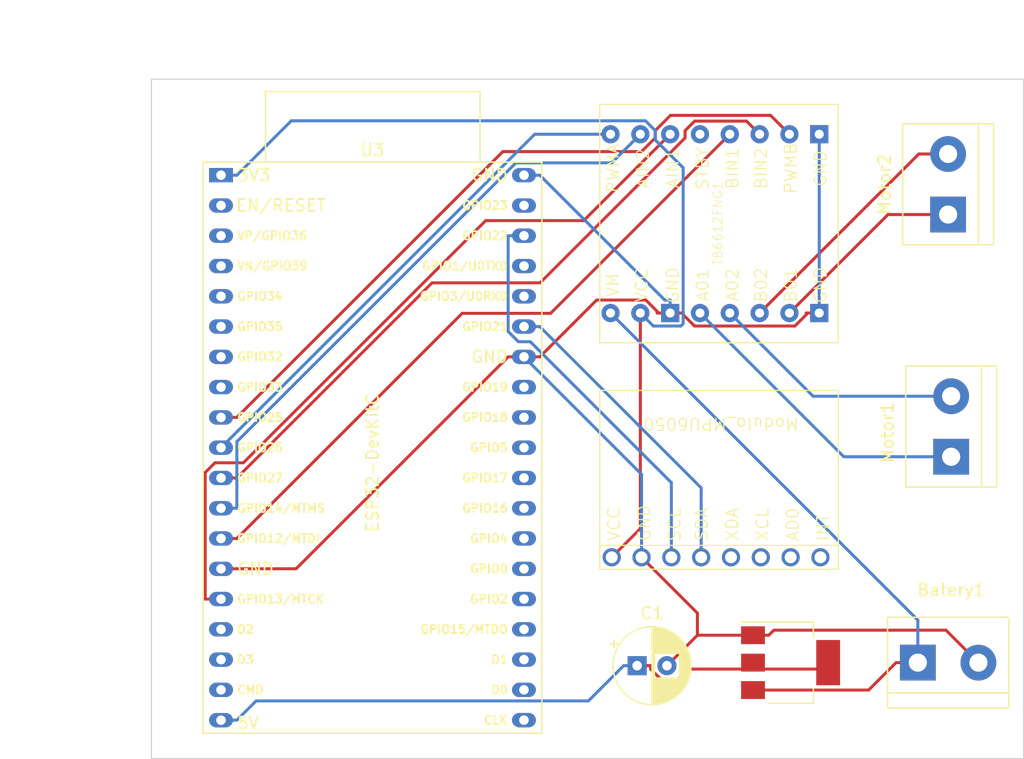
<source format=kicad_pcb>
(kicad_pcb (version 20221018) (generator pcbnew)
  (layers (0 "F.Cu" signal) (31 "B.Cu" signal) (34 "B.Paste" user) (35 "F.Paste" user) (36 "B.SilkS" user "B.Silkscreen") (37 "F.SilkS" user "F.Silkscreen") (38 "B.Mask" user) (39 "F.Mask" user) (44 "Edge.Cuts" user))
  (net 0 "")
  (net 1 "Net-(U2-VO)")
  (net 2 "GND")
  (net 3 "+6V")
  (net 4 "Net-(Modulo_MPU6050-VCC)")
  (net 5 "Net-(Modulo_MPU6050-SCL)")
  (net 6 "Net-(Modulo_MPU6050-SDA)")
  (net 11 "Net-(Motor1-Pin_1)")
  (net 12 "Net-(Motor1-Pin_2)")
  (net 13 "Net-(Motor2-Pin_1)")
  (net 14 "Net-(Motor2-Pin_2)")
  (net 15 "Net-(TB6612FNG1-PWMA)")
  (net 16 "Net-(TB6612FNG1-AIN2)")
  (net 17 "Net-(TB6612FNG1-AIN1)")
  (net 19 "Net-(TB6612FNG1-BIN1)")
  (net 20 "Net-(TB6612FNG1-BIN2)")
  (net 21 "Net-(TB6612FNG1-PWMB)")
  (footprint "TerminalBlock:TerminalBlock_bornier-2_P5.08mm" (layer "F.Cu") (at 146.05 90.678 90)
    (fp_text reference "Motor1" (at 2.032 -5.334 90) (layer "F.SilkS"))
    (fp_text value "Screw_Terminal_01x02" hide)
    (fp_line (start -2.54 -3.81) (end -2.54 3.81) (stroke (width 0.12)) (layer "F.SilkS"))
    (fp_line (start -2.54 3.81) (end 7.62 3.81) (stroke (width 0.12)) (layer "F.SilkS"))
    (fp_line (start 7.62 -3.81) (end -2.54 -3.81) (stroke (width 0.12)) (layer "F.SilkS"))
    (fp_line (start 7.62 2.54) (end -2.54 2.54) (stroke (width 0.12)) (layer "F.SilkS"))
    (fp_line (start 7.62 3.81) (end 7.62 -3.81) (stroke (width 0.12)) (layer "F.SilkS"))
    (pad "1" thru_hole rect (at 0 0 90) (size 3 3) (drill 1.52) (layers "*.Cu" "*.Mask") (net 11 "Net-(Motor1-Pin_1)"))
    (pad "2" thru_hole circle (at 5.08 0 90) (size 3 3) (drill 1.52) (layers "*.Cu" "*.Mask") (net 12 "Net-(Motor1-Pin_2)"))
  )
  (footprint "1_My_custom_library:Módulo TB6612FNG" (layer "F.Cu") (at 126.492 71.12 90)
    (fp_text reference "TB6612FNG1" (at 0 0 90 unlocked) (layer "F.SilkS") (effects (font (size 0.75 0.75) (thickness 0.0625))))
    (fp_text value "~" hide)
    (fp_text user "VCC" (at -6.647619 -5.8 90 unlocked) (layer "F.SilkS") (effects (font (thickness 0.1)) (justify left bottom)))
    (fp_text user "VM" (at -6.219048 -8.2 90 unlocked) (layer "F.SilkS") (effects (font (thickness 0.1)) (justify left bottom)))
    (fp_text user "B02" (at -6.671429 4.2 90 unlocked) (layer "F.SilkS") (effects (font (thickness 0.1)) (justify left bottom)))
    (fp_text user "STBY" (at 2.780952 -0.7 90 unlocked) (layer "F.SilkS") (effects (font (thickness 0.1)) (justify left bottom)))
    (fp_text user "PWMA" (at 2.495238 -8.2 90 unlocked) (layer "F.SilkS") (effects (font (thickness 0.1)) (justify left bottom)))
    (fp_text user "BIN2" (at 2.828571 4.2 90 unlocked) (layer "F.SilkS") (effects (font (thickness 0.1)) (justify left bottom)))
    (fp_text user "B01" (at -6.671429 6.7 90 unlocked) (layer "F.SilkS") (effects (font (thickness 0.1)) (justify left bottom)))
    (fp_text user "A01" (at -6.6 -0.7 90 unlocked) (layer "F.SilkS") (effects (font (thickness 0.1)) (justify left bottom)))
    (fp_text user "GND" (at -6.742857 -3.2 90 unlocked) (layer "F.SilkS") (effects (font (thickness 0.1)) (justify left bottom)))
    (fp_text user "BIN1" (at 2.828571 1.8 90 unlocked) (layer "F.SilkS") (effects (font (thickness 0.1)) (justify left bottom)))
    (fp_text user "AIN2" (at 2.9 -5.7 90 unlocked) (layer "F.SilkS") (effects (font (thickness 0.1)) (justify left bottom)))
    (fp_text user "GND" (at -6.742857 9.2 90 unlocked) (layer "F.SilkS") (effects (font (thickness 0.1)) (justify left bottom)))
    (fp_text user "A02" (at -6.6 1.8 90 unlocked) (layer "F.SilkS") (effects (font (thickness 0.1)) (justify left bottom)))
    (fp_text user "GND" (at 3.042857 9.2 90 unlocked) (layer "F.SilkS") (effects (font (thickness 0.1)) (justify left bottom)))
    (fp_text user "PWMB" (at 2.423809 6.7 90 unlocked) (layer "F.SilkS") (effects (font (thickness 0.1)) (justify left bottom)))
    (fp_text user "AIN1" (at 2.9 -3.2 90 unlocked) (layer "F.SilkS") (effects (font (thickness 0.1)) (justify left bottom)))
    (fp_line (start -10 -9.906) (end -8 -9.906) (stroke (width 0.1)) (layer "F.SilkS"))
    (fp_rect (start -10 -9.906) (end 10 10.094) (stroke (width 0.1)) (fill none) (layer "F.SilkS"))
    (pad "1" thru_hole circle (at -7.5 -9 90) (size 1.524 1.524) (drill 0.762) (layers "*.Cu" "*.Mask") (net 3 "+6V"))
    (pad "2" thru_hole circle (at -7.5 -6.5 90) (size 1.524 1.524) (drill 0.762) (layers "*.Cu" "*.Mask") (net 4 "Net-(Modulo_MPU6050-VCC)"))
    (pad "3" thru_hole rect (at -7.5 -4 90) (size 1.524 1.524) (drill 0.762) (layers "*.Cu" "*.Mask") (net 2 "GND"))
    (pad "4" thru_hole circle (at -7.5 -1.5 90) (size 1.524 1.524) (drill 0.762) (layers "*.Cu" "*.Mask") (net 11 "Net-(Motor1-Pin_1)"))
    (pad "5" thru_hole circle (at -7.5 1 90) (size 1.524 1.524) (drill 0.762) (layers "*.Cu" "*.Mask") (net 12 "Net-(Motor1-Pin_2)"))
    (pad "6" thru_hole circle (at -7.5 3.5 90) (size 1.524 1.524) (drill 0.762) (layers "*.Cu" "*.Mask") (net 14 "Net-(Motor2-Pin_2)"))
    (pad "7" thru_hole circle (at -7.5 6 90) (size 1.524 1.524) (drill 0.762) (layers "*.Cu" "*.Mask") (net 13 "Net-(Motor2-Pin_1)"))
    (pad "8" thru_hole rect (at -7.5 8.5 90) (size 1.524 1.524) (drill 0.762) (layers "*.Cu" "*.Mask") (net 2 "GND"))
    (pad "9" thru_hole circle (at 7.5 -9 90) (size 1.524 1.524) (drill 0.762) (layers "*.Cu" "*.Mask") (net 15 "Net-(TB6612FNG1-PWMA)"))
    (pad "10" thru_hole circle (at 7.5 -6.5 90) (size 1.524 1.524) (drill 0.762) (layers "*.Cu" "*.Mask") (net 16 "Net-(TB6612FNG1-AIN2)"))
    (pad "11" thru_hole circle (at 7.5 -4 90) (size 1.524 1.524) (drill 0.762) (layers "*.Cu" "*.Mask") (net 17 "Net-(TB6612FNG1-AIN1)"))
    (pad "12" thru_hole circle (at 7.5 -1.5 90) (size 1.524 1.524) (drill 0.762) (layers "*.Cu" "*.Mask"))
    (pad "13" thru_hole circle (at 7.5 1 90) (size 1.524 1.524) (drill 0.762) (layers "*.Cu" "*.Mask") (net 19 "Net-(TB6612FNG1-BIN1)"))
    (pad "14" thru_hole circle (at 7.5 3.5 90) (size 1.524 1.524) (drill 0.762) (layers "*.Cu" "*.Mask") (net 20 "Net-(TB6612FNG1-BIN2)"))
    (pad "15" thru_hole circle (at 7.5 6 90) (size 1.524 1.524) (drill 0.762) (layers "*.Cu" "*.Mask") (net 21 "Net-(TB6612FNG1-PWMB)"))
    (pad "16" thru_hole rect (at 7.5 8.5 90) (size 1.524 1.524) (drill 0.762) (layers "*.Cu" "*.Mask") (net 2 "GND"))
  )
  (footprint "PCM_Espressif:ESP32-DevKitC" (layer "F.Cu") (at 84.836 67.056)
    (fp_text reference "U3" (at 12.7 -2.1) (layer "F.SilkS"))
    (fp_text value "ESP32-DevKitC" (at 12.7 24.13 90) (layer "F.SilkS"))
    (fp_text user "D2" (at 1.27 38.1 unlocked) (layer "F.SilkS") (effects (font (size 0.7 0.7)) (justify left)))
    (fp_text user "GND" (at 24.13 0 unlocked) (layer "F.SilkS") (effects (justify right)))
    (fp_text user "GPIO34" (at 1.27 10.16 unlocked) (layer "F.SilkS") (effects (font (size 0.7 0.7)) (justify left)))
    (fp_text user "D0" (at 24.13 43.18 unlocked) (layer "F.SilkS") (effects (font (size 0.7 0.7)) (justify right)))
    (fp_text user "GPIO26" (at 1.27 22.86 unlocked) (layer "F.SilkS") (effects (font (size 0.7 0.7)) (justify left)))
    (fp_text user "GPIO1/U0TXD" (at 24.13 7.62 unlocked) (layer "F.SilkS") (effects (font (size 0.7 0.7)) (justify right)))
    (fp_text user "GPIO14/MTMS" (at 1.27 27.94 unlocked) (layer "F.SilkS") (effects (font (size 0.7 0.7)) (justify left)))
    (fp_text user "VP/GPIO36" (at 1.27 5.08 unlocked) (layer "F.SilkS") (effects (font (size 0.7 0.7)) (justify left)))
    (fp_text user "D3" (at 1.27 40.64 unlocked) (layer "F.SilkS") (effects (font (size 0.7 0.7)) (justify left)))
    (fp_text user "3V3" (at 1.27 0 unlocked) (layer "F.SilkS") (effects (justify left)))
    (fp_text user "GPIO19" (at 24.13 17.78 unlocked) (layer "F.SilkS") (effects (font (size 0.7 0.7)) (justify right)))
    (fp_text user "GPIO3/U0RXD" (at 24.13 10.16 unlocked) (layer "F.SilkS") (effects (font (size 0.7 0.7)) (justify right)))
    (fp_text user "GPIO25" (at 1.27 20.32 unlocked) (layer "F.SilkS") (effects (font (size 0.7 0.7)) (justify left)))
    (fp_text user "GPIO27" (at 1.27 25.4 unlocked) (layer "F.SilkS") (effects (font (size 0.7 0.7)) (justify left)))
    (fp_text user "GPIO21" (at 24.13 12.7 unlocked) (layer "F.SilkS") (effects (font (size 0.7 0.7)) (justify right)))
    (fp_text user "GND" (at 1.27 33.02 unlocked) (layer "F.SilkS") (effects (justify left)))
    (fp_text user "CLK" (at 24.13 45.72 unlocked) (layer "F.SilkS") (effects (font (size 0.7 0.7)) (justify right)))
    (fp_text user "GPIO23" (at 24.13 2.54 unlocked) (layer "F.SilkS") (effects (font (size 0.7 0.7)) (justify right)))
    (fp_text user "GPIO13/MTCK" (at 1.27 35.56 unlocked) (layer "F.SilkS") (effects (font (size 0.7 0.7)) (justify left)))
    (fp_text user "CMD" (at 1.27 43.18 unlocked) (layer "F.SilkS") (effects (font (size 0.7 0.7)) (justify left)))
    (fp_text user "GPIO15/MTDO" (at 24.13 38.1 unlocked) (layer "F.SilkS") (effects (font (size 0.7 0.7)) (justify right)))
    (fp_text user "GPIO17" (at 24.13 25.4 unlocked) (layer "F.SilkS") (effects (font (size 0.7 0.7)) (justify right)))
    (fp_text user "GPIO32" (at 1.27 15.24 unlocked) (layer "F.SilkS") (effects (font (size 0.7 0.7)) (justify left)))
    (fp_text user "GPIO33" (at 1.27 17.78 unlocked) (layer "F.SilkS") (effects (font (size 0.7 0.7)) (justify left)))
    (fp_text user "5V" (at 1.26632 45.97128 unlocked) (layer "F.SilkS") (effects (justify left)))
    (fp_text user "GPIO12/MTDI" (at 1.27 30.48 unlocked) (layer "F.SilkS") (effects (font (size 0.7 0.7)) (justify left)))
    (fp_text user "GPIO22" (at 24.13 5.08 unlocked) (layer "F.SilkS") (effects (font (size 0.7 0.7)) (justify right)))
    (fp_text user "GPIO5" (at 24.13 22.86 unlocked) (layer "F.SilkS") (effects (font (size 0.7 0.7)) (justify right)))
    (fp_text user "GPIO18" (at 24.13 20.32 unlocked) (layer "F.SilkS") (effects (font (size 0.7 0.7)) (justify right)))
    (fp_text user "EN/RESET" (at 8.88632 2.53728 unlocked) (layer "F.SilkS") (effects (justify right)))
    (fp_text user "GPIO4" (at 24.13 30.48 unlocked) (layer "F.SilkS") (effects (font (size 0.7 0.7)) (justify right)))
    (fp_text user "D1" (at 24.13 40.64 unlocked) (layer "F.SilkS") (effects (font (size 0.7 0.7)) (justify right)))
    (fp_text user "GND" (at 24.13 15.24 unlocked) (layer "F.SilkS") (effects (justify right)))
    (fp_text user "GPIO0" (at 24.13 33.02 unlocked) (layer "F.SilkS") (effects (font (size 0.7 0.7)) (justify right)))
    (fp_text user "VN/GPIO39" (at 1.27 7.62 unlocked) (layer "F.SilkS") (effects (font (size 0.7 0.7)) (justify left)))
    (fp_text user "GPIO2" (at 24.13 35.56 unlocked) (layer "F.SilkS") (effects (font (size 0.7 0.7)) (justify right)))
    (fp_text user "GPIO35" (at 1.27 12.7 unlocked) (layer "F.SilkS") (effects (font (size 0.7 0.7)) (justify left)))
    (fp_text user "GPIO16" (at 24.13 27.94 unlocked) (layer "F.SilkS") (effects (font (size 0.7 0.7)) (justify right)))
    (fp_line (start -1.5 46.82) (end 26.899999 46.82) (stroke (width 0.12)) (layer "F.SilkS"))
    (fp_line (start -1.499999 -1.1) (end -1.5 46.82) (stroke (width 0.12)) (layer "F.SilkS"))
    (fp_line (start 3.73012 -7.01312) (end 21.71332 -7.01312) (stroke (width 0.12)) (layer "F.SilkS"))
    (fp_line (start 3.73012 -1.12032) (end 3.73012 -7.01312) (stroke (width 0.12)) (layer "F.SilkS"))
    (fp_line (start 21.71332 -7.01312) (end 21.71332 -1.12032) (stroke (width 0.12)) (layer "F.SilkS"))
    (fp_line (start 26.899999 46.82) (end 26.9 -1.1) (stroke (width 0.12)) (layer "F.SilkS"))
    (fp_line (start 26.9 -1.1) (end -1.499999 -1.1) (stroke (width 0.12)) (layer "F.SilkS"))
    (pad "1" thru_hole rect (at 0 0 270) (size 1.2 2) (drill 0.8) (layers "*.Cu" "*.Mask") (net 4 "Net-(Modulo_MPU6050-VCC)"))
    (pad "2" thru_hole oval (at 0 2.54 270) (size 1.2 2) (drill 0.8) (layers "*.Cu" "*.Mask"))
    (pad "3" thru_hole oval (at 0 5.08 270) (size 1.2 2) (drill 0.8) (layers "*.Cu" "*.Mask"))
    (pad "4" thru_hole oval (at 0 7.62 270) (size 1.2 2) (drill 0.8) (layers "*.Cu" "*.Mask"))
    (pad "5" thru_hole oval (at 0 10.16 270) (size 1.2 2) (drill 0.8) (layers "*.Cu" "*.Mask"))
    (pad "6" thru_hole oval (at 0 12.7 270) (size 1.2 2) (drill 0.8) (layers "*.Cu" "*.Mask"))
    (pad "7" thru_hole oval (at 0 15.24 270) (size 1.2 2) (drill 0.8) (layers "*.Cu" "*.Mask"))
    (pad "8" thru_hole oval (at 0 17.78 270) (size 1.2 2) (drill 0.8) (layers "*.Cu" "*.Mask"))
    (pad "9" thru_hole oval (at 0 20.32 270) (size 1.2 2) (drill 0.8) (layers "*.Cu" "*.Mask") (net 21 "Net-(TB6612FNG1-PWMB)"))
    (pad "10" thru_hole oval (at 0 22.86 270) (size 1.2 2) (drill 0.8) (layers "*.Cu" "*.Mask") (net 15 "Net-(TB6612FNG1-PWMA)"))
    (pad "11" thru_hole oval (at 0 25.4 270) (size 1.2 2) (drill 0.8) (layers "*.Cu" "*.Mask") (net 20 "Net-(TB6612FNG1-BIN2)"))
    (pad "12" thru_hole oval (at 0 27.94 270) (size 1.2 2) (drill 0.8) (layers "*.Cu" "*.Mask") (net 16 "Net-(TB6612FNG1-AIN2)"))
    (pad "13" thru_hole oval (at 0 30.48 270) (size 1.2 2) (drill 0.8) (layers "*.Cu" "*.Mask") (net 19 "Net-(TB6612FNG1-BIN1)"))
    (pad "14" thru_hole oval (at 0 33.02 270) (size 1.2 2) (drill 0.8) (layers "*.Cu" "*.Mask") (net 2 "GND"))
    (pad "15" thru_hole oval (at 0 35.56 270) (size 1.2 2) (drill 0.8) (layers "*.Cu" "*.Mask") (net 17 "Net-(TB6612FNG1-AIN1)"))
    (pad "16" thru_hole oval (at 0 38.1 270) (size 1.2 2) (drill 0.8) (layers "*.Cu" "*.Mask"))
    (pad "17" thru_hole oval (at 0 40.64 270) (size 1.2 2) (drill 0.8) (layers "*.Cu" "*.Mask"))
    (pad "18" thru_hole oval (at 0 43.18 270) (size 1.2 2) (drill 0.8) (layers "*.Cu" "*.Mask"))
    (pad "19" thru_hole oval (at 0 45.72 270) (size 1.2 2) (drill 0.8) (layers "*.Cu" "*.Mask") (net 1 "Net-(U2-VO)"))
    (pad "20" thru_hole oval (at 25.39632 45.71728 270) (size 1.2 2) (drill 0.8) (layers "*.Cu" "*.Mask"))
    (pad "21" thru_hole oval (at 25.39632 43.17728 270) (size 1.2 2) (drill 0.8) (layers "*.Cu" "*.Mask"))
    (pad "22" thru_hole oval (at 25.4 40.64 270) (size 1.2 2) (drill 0.8) (layers "*.Cu" "*.Mask"))
    (pad "23" thru_hole oval (at 25.4 38.1 270) (size 1.2 2) (drill 0.8) (layers "*.Cu" "*.Mask"))
    (pad "24" thru_hole oval (at 25.4 35.56 270) (size 1.2 2) (drill 0.8) (layers "*.Cu" "*.Mask"))
    (pad "25" thru_hole oval (at 25.4 33.02 270) (size 1.2 2) (drill 0.8) (layers "*.Cu" "*.Mask"))
    (pad "26" thru_hole oval (at 25.4 30.48 270) (size 1.2 2) (drill 0.8) (layers "*.Cu" "*.Mask"))
    (pad "27" thru_hole oval (at 25.4 27.94 270) (size 1.2 2) (drill 0.8) (layers "*.Cu" "*.Mask"))
    (pad "28" thru_hole oval (at 25.4 25.4 270) (size 1.2 2) (drill 0.8) (layers "*.Cu" "*.Mask"))
    (pad "29" thru_hole oval (at 25.4 22.86 270) (size 1.2 2) (drill 0.8) (layers "*.Cu" "*.Mask"))
    (pad "30" thru_hole oval (at 25.4 20.32 270) (size 1.2 2) (drill 0.8) (layers "*.Cu" "*.Mask"))
    (pad "31" thru_hole oval (at 25.4 17.78 270) (size 1.2 2) (drill 0.8) (layers "*.Cu" "*.Mask"))
    (pad "32" thru_hole oval (at 25.4 15.24 270) (size 1.2 2) (drill 0.8) (layers "*.Cu" "*.Mask") (net 2 "GND"))
    (pad "33" thru_hole oval (at 25.4 12.7 270) (size 1.2 2) (drill 0.8) (layers "*.Cu" "*.Mask") (net 6 "Net-(Modulo_MPU6050-SDA)"))
    (pad "34" thru_hole oval (at 25.4 10.16 270) (size 1.2 2) (drill 0.8) (layers "*.Cu" "*.Mask"))
    (pad "35" thru_hole oval (at 25.4 7.62 270) (size 1.2 2) (drill 0.8) (layers "*.Cu" "*.Mask"))
    (pad "36" thru_hole oval (at 25.4 5.08 270) (size 1.2 2) (drill 0.8) (layers "*.Cu" "*.Mask") (net 5 "Net-(Modulo_MPU6050-SCL)"))
    (pad "37" thru_hole oval (at 25.4 2.54 270) (size 1.2 2) (drill 0.8) (layers "*.Cu" "*.Mask"))
    (pad "38" thru_hole oval (at 25.4 0 270) (size 1.2 2) (drill 0.8) (layers "*.Cu" "*.Mask") (net 2 "GND"))
  )
  (footprint "TerminalBlock:TerminalBlock_bornier-2_P5.08mm" (layer "F.Cu") (at 143.256 107.95)
    (fp_text reference "Batery1" (at 2.794 -6.096) (layer "F.SilkS"))
    (fp_text value "Screw_Terminal_01x02" hide)
    (fp_line (start -2.54 -3.81) (end -2.54 3.81) (stroke (width 0.12)) (layer "F.SilkS"))
    (fp_line (start -2.54 3.81) (end 7.62 3.81) (stroke (width 0.12)) (layer "F.SilkS"))
    (fp_line (start 7.62 -3.81) (end -2.54 -3.81) (stroke (width 0.12)) (layer "F.SilkS"))
    (fp_line (start 7.62 2.54) (end -2.54 2.54) (stroke (width 0.12)) (layer "F.SilkS"))
    (fp_line (start 7.62 3.81) (end 7.62 -3.81) (stroke (width 0.12)) (layer "F.SilkS"))
    (pad "1" thru_hole rect (at 0 0) (size 3 3) (drill 1.52) (layers "*.Cu" "*.Mask") (net 3 "+6V"))
    (pad "2" thru_hole circle (at 5.08 0) (size 3 3) (drill 1.52) (layers "*.Cu" "*.Mask") (net 2 "GND"))
  )
  (footprint "TerminalBlock:TerminalBlock_bornier-2_P5.08mm" (layer "F.Cu") (at 145.796 70.358 90)
    (fp_text reference "Motor2" (at 2.54 -5.334 90) (layer "F.SilkS"))
    (fp_text value "Screw_Terminal_01x02" hide)
    (fp_line (start -2.54 -3.81) (end -2.54 3.81) (stroke (width 0.12)) (layer "F.SilkS"))
    (fp_line (start -2.54 3.81) (end 7.62 3.81) (stroke (width 0.12)) (layer "F.SilkS"))
    (fp_line (start 7.62 -3.81) (end -2.54 -3.81) (stroke (width 0.12)) (layer "F.SilkS"))
    (fp_line (start 7.62 2.54) (end -2.54 2.54) (stroke (width 0.12)) (layer "F.SilkS"))
    (fp_line (start 7.62 3.81) (end 7.62 -3.81) (stroke (width 0.12)) (layer "F.SilkS"))
    (pad "1" thru_hole rect (at 0 0 90) (size 3 3) (drill 1.52) (layers "*.Cu" "*.Mask") (net 13 "Net-(Motor2-Pin_1)"))
    (pad "2" thru_hole circle (at 5.08 0 90) (size 3 3) (drill 1.52) (layers "*.Cu" "*.Mask") (net 14 "Net-(Motor2-Pin_2)"))
  )
  (footprint "Package_TO_SOT_SMD:SOT-223-3_TabPin2" (layer "F.Cu") (at 132.588 107.95)
    (fp_text reference "U2" hide)
    (fp_text value "AMS1117-5.0")
    (fp_line (start -4.1 -3.41) (end 1.91 -3.41) (stroke (width 0.12)) (layer "F.SilkS"))
    (fp_line (start -1.85 3.41) (end 1.91 3.41) (stroke (width 0.12)) (layer "F.SilkS"))
    (fp_line (start 1.91 -3.41) (end 1.91 -2.15) (stroke (width 0.12)) (layer "F.SilkS"))
    (fp_line (start 1.91 3.41) (end 1.91 2.15) (stroke (width 0.12)) (layer "F.SilkS"))
    (pad "1" smd rect (at -3.15 -2.3) (size 2 1.5) (layers "F.Cu" "F.Paste" "F.Mask") (net 2 "GND"))
    (pad "2" smd rect (at -3.15 0) (size 2 1.5) (layers "F.Cu" "F.Paste" "F.Mask") (net 1 "Net-(U2-VO)"))
    (pad "2" smd rect (at 3.15 0) (size 2 3.8) (layers "F.Cu" "F.Paste" "F.Mask") (net 1 "Net-(U2-VO)"))
    (pad "3" smd rect (at -3.15 2.3) (size 2 1.5) (layers "F.Cu" "F.Paste" "F.Mask") (net 3 "+6V"))
  )
  (footprint "Capacitor_THT:CP_Radial_D6.3mm_P2.50mm" (layer "F.Cu") (at 119.7216 108.204)
    (fp_text reference "C1" (at 1.25 -4.4) (layer "F.SilkS"))
    (fp_text value "220 microF")
    (fp_line (start -2.250241 -1.839) (end -1.620241 -1.839) (stroke (width 0.12)) (layer "F.SilkS"))
    (fp_line (start -1.935241 -2.154) (end -1.935241 -1.524) (stroke (width 0.12)) (layer "F.SilkS"))
    (fp_line (start 1.25 -3.23) (end 1.25 3.23) (stroke (width 0.12)) (layer "F.SilkS"))
    (fp_line (start 1.29 -3.23) (end 1.29 3.23) (stroke (width 0.12)) (layer "F.SilkS"))
    (fp_line (start 1.33 -3.23) (end 1.33 3.23) (stroke (width 0.12)) (layer "F.SilkS"))
    (fp_line (start 1.37 -3.228) (end 1.37 3.228) (stroke (width 0.12)) (layer "F.SilkS"))
    (fp_line (start 1.41 -3.227) (end 1.41 3.227) (stroke (width 0.12)) (layer "F.SilkS"))
    (fp_line (start 1.45 -3.224) (end 1.45 3.224) (stroke (width 0.12)) (layer "F.SilkS"))
    (fp_line (start 1.49 -3.222) (end 1.49 -1.04) (stroke (width 0.12)) (layer "F.SilkS"))
    (fp_line (start 1.49 1.04) (end 1.49 3.222) (stroke (width 0.12)) (layer "F.SilkS"))
    (fp_line (start 1.53 -3.218) (end 1.53 -1.04) (stroke (width 0.12)) (layer "F.SilkS"))
    (fp_line (start 1.53 1.04) (end 1.53 3.218) (stroke (width 0.12)) (layer "F.SilkS"))
    (fp_line (start 1.57 -3.215) (end 1.57 -1.04) (stroke (width 0.12)) (layer "F.SilkS"))
    (fp_line (start 1.57 1.04) (end 1.57 3.215) (stroke (width 0.12)) (layer "F.SilkS"))
    (fp_line (start 1.61 -3.211) (end 1.61 -1.04) (stroke (width 0.12)) (layer "F.SilkS"))
    (fp_line (start 1.61 1.04) (end 1.61 3.211) (stroke (width 0.12)) (layer "F.SilkS"))
    (fp_line (start 1.65 -3.206) (end 1.65 -1.04) (stroke (width 0.12)) (layer "F.SilkS"))
    (fp_line (start 1.65 1.04) (end 1.65 3.206) (stroke (width 0.12)) (layer "F.SilkS"))
    (fp_line (start 1.69 -3.201) (end 1.69 -1.04) (stroke (width 0.12)) (layer "F.SilkS"))
    (fp_line (start 1.69 1.04) (end 1.69 3.201) (stroke (width 0.12)) (layer "F.SilkS"))
    (fp_line (start 1.73 -3.195) (end 1.73 -1.04) (stroke (width 0.12)) (layer "F.SilkS"))
    (fp_line (start 1.73 1.04) (end 1.73 3.195) (stroke (width 0.12)) (layer "F.SilkS"))
    (fp_line (start 1.77 -3.189) (end 1.77 -1.04) (stroke (width 0.12)) (layer "F.SilkS"))
    (fp_line (start 1.77 1.04) (end 1.77 3.189) (stroke (width 0.12)) (layer "F.SilkS"))
    (fp_line (start 1.81 -3.182) (end 1.81 -1.04) (stroke (width 0.12)) (layer "F.SilkS"))
    (fp_line (start 1.81 1.04) (end 1.81 3.182) (stroke (width 0.12)) (layer "F.SilkS"))
    (fp_line (start 1.85 -3.175) (end 1.85 -1.04) (stroke (width 0.12)) (layer "F.SilkS"))
    (fp_line (start 1.85 1.04) (end 1.85 3.175) (stroke (width 0.12)) (layer "F.SilkS"))
    (fp_line (start 1.89 -3.167) (end 1.89 -1.04) (stroke (width 0.12)) (layer "F.SilkS"))
    (fp_line (start 1.89 1.04) (end 1.89 3.167) (stroke (width 0.12)) (layer "F.SilkS"))
    (fp_line (start 1.93 -3.159) (end 1.93 -1.04) (stroke (width 0.12)) (layer "F.SilkS"))
    (fp_line (start 1.93 1.04) (end 1.93 3.159) (stroke (width 0.12)) (layer "F.SilkS"))
    (fp_line (start 1.971 -3.15) (end 1.971 -1.04) (stroke (width 0.12)) (layer "F.SilkS"))
    (fp_line (start 1.971 1.04) (end 1.971 3.15) (stroke (width 0.12)) (layer "F.SilkS"))
    (fp_line (start 2.011 -3.141) (end 2.011 -1.04) (stroke (width 0.12)) (layer "F.SilkS"))
    (fp_line (start 2.011 1.04) (end 2.011 3.141) (stroke (width 0.12)) (layer "F.SilkS"))
    (fp_line (start 2.051 -3.131) (end 2.051 -1.04) (stroke (width 0.12)) (layer "F.SilkS"))
    (fp_line (start 2.051 1.04) (end 2.051 3.131) (stroke (width 0.12)) (layer "F.SilkS"))
    (fp_line (start 2.091 -3.121) (end 2.091 -1.04) (stroke (width 0.12)) (layer "F.SilkS"))
    (fp_line (start 2.091 1.04) (end 2.091 3.121) (stroke (width 0.12)) (layer "F.SilkS"))
    (fp_line (start 2.131 -3.11) (end 2.131 -1.04) (stroke (width 0.12)) (layer "F.SilkS"))
    (fp_line (start 2.131 1.04) (end 2.131 3.11) (stroke (width 0.12)) (layer "F.SilkS"))
    (fp_line (start 2.171 -3.098) (end 2.171 -1.04) (stroke (width 0.12)) (layer "F.SilkS"))
    (fp_line (start 2.171 1.04) (end 2.171 3.098) (stroke (width 0.12)) (layer "F.SilkS"))
    (fp_line (start 2.211 -3.086) (end 2.211 -1.04) (stroke (width 0.12)) (layer "F.SilkS"))
    (fp_line (start 2.211 1.04) (end 2.211 3.086) (stroke (width 0.12)) (layer "F.SilkS"))
    (fp_line (start 2.251 -3.074) (end 2.251 -1.04) (stroke (width 0.12)) (layer "F.SilkS"))
    (fp_line (start 2.251 1.04) (end 2.251 3.074) (stroke (width 0.12)) (layer "F.SilkS"))
    (fp_line (start 2.291 -3.061) (end 2.291 -1.04) (stroke (width 0.12)) (layer "F.SilkS"))
    (fp_line (start 2.291 1.04) (end 2.291 3.061) (stroke (width 0.12)) (layer "F.SilkS"))
    (fp_line (start 2.331 -3.047) (end 2.331 -1.04) (stroke (width 0.12)) (layer "F.SilkS"))
    (fp_line (start 2.331 1.04) (end 2.331 3.047) (stroke (width 0.12)) (layer "F.SilkS"))
    (fp_line (start 2.371 -3.033) (end 2.371 -1.04) (stroke (width 0.12)) (layer "F.SilkS"))
    (fp_line (start 2.371 1.04) (end 2.371 3.033) (stroke (width 0.12)) (layer "F.SilkS"))
    (fp_line (start 2.411 -3.018) (end 2.411 -1.04) (stroke (width 0.12)) (layer "F.SilkS"))
    (fp_line (start 2.411 1.04) (end 2.411 3.018) (stroke (width 0.12)) (layer "F.SilkS"))
    (fp_line (start 2.451 -3.002) (end 2.451 -1.04) (stroke (width 0.12)) (layer "F.SilkS"))
    (fp_line (start 2.451 1.04) (end 2.451 3.002) (stroke (width 0.12)) (layer "F.SilkS"))
    (fp_line (start 2.491 -2.986) (end 2.491 -1.04) (stroke (width 0.12)) (layer "F.SilkS"))
    (fp_line (start 2.491 1.04) (end 2.491 2.986) (stroke (width 0.12)) (layer "F.SilkS"))
    (fp_line (start 2.531 -2.97) (end 2.531 -1.04) (stroke (width 0.12)) (layer "F.SilkS"))
    (fp_line (start 2.531 1.04) (end 2.531 2.97) (stroke (width 0.12)) (layer "F.SilkS"))
    (fp_line (start 2.571 -2.952) (end 2.571 -1.04) (stroke (width 0.12)) (layer "F.SilkS"))
    (fp_line (start 2.571 1.04) (end 2.571 2.952) (stroke (width 0.12)) (layer "F.SilkS"))
    (fp_line (start 2.611 -2.934) (end 2.611 -1.04) (stroke (width 0.12)) (layer "F.SilkS"))
    (fp_line (start 2.611 1.04) (end 2.611 2.934) (stroke (width 0.12)) (layer "F.SilkS"))
    (fp_line (start 2.651 -2.916) (end 2.651 -1.04) (stroke (width 0.12)) (layer "F.SilkS"))
    (fp_line (start 2.651 1.04) (end 2.651 2.916) (stroke (width 0.12)) (layer "F.SilkS"))
    (fp_line (start 2.691 -2.896) (end 2.691 -1.04) (stroke (width 0.12)) (layer "F.SilkS"))
    (fp_line (start 2.691 1.04) (end 2.691 2.896) (stroke (width 0.12)) (layer "F.SilkS"))
    (fp_line (start 2.731 -2.876) (end 2.731 -1.04) (stroke (width 0.12)) (layer "F.SilkS"))
    (fp_line (start 2.731 1.04) (end 2.731 2.876) (stroke (width 0.12)) (layer "F.SilkS"))
    (fp_line (start 2.771 -2.856) (end 2.771 -1.04) (stroke (width 0.12)) (layer "F.SilkS"))
    (fp_line (start 2.771 1.04) (end 2.771 2.856) (stroke (width 0.12)) (layer "F.SilkS"))
    (fp_line (start 2.811 -2.834) (end 2.811 -1.04) (stroke (width 0.12)) (layer "F.SilkS"))
    (fp_line (start 2.811 1.04) (end 2.811 2.834) (stroke (width 0.12)) (layer "F.SilkS"))
    (fp_line (start 2.851 -2.812) (end 2.851 -1.04) (stroke (width 0.12)) (layer "F.SilkS"))
    (fp_line (start 2.851 1.04) (end 2.851 2.812) (stroke (width 0.12)) (layer "F.SilkS"))
    (fp_line (start 2.891 -2.79) (end 2.891 -1.04) (stroke (width 0.12)) (layer "F.SilkS"))
    (fp_line (start 2.891 1.04) (end 2.891 2.79) (stroke (width 0.12)) (layer "F.SilkS"))
    (fp_line (start 2.931 -2.766) (end 2.931 -1.04) (stroke (width 0.12)) (layer "F.SilkS"))
    (fp_line (start 2.931 1.04) (end 2.931 2.766) (stroke (width 0.12)) (layer "F.SilkS"))
    (fp_line (start 2.971 -2.742) (end 2.971 -1.04) (stroke (width 0.12)) (layer "F.SilkS"))
    (fp_line (start 2.971 1.04) (end 2.971 2.742) (stroke (width 0.12)) (layer "F.SilkS"))
    (fp_line (start 3.011 -2.716) (end 3.011 -1.04) (stroke (width 0.12)) (layer "F.SilkS"))
    (fp_line (start 3.011 1.04) (end 3.011 2.716) (stroke (width 0.12)) (layer "F.SilkS"))
    (fp_line (start 3.051 -2.69) (end 3.051 -1.04) (stroke (width 0.12)) (layer "F.SilkS"))
    (fp_line (start 3.051 1.04) (end 3.051 2.69) (stroke (width 0.12)) (layer "F.SilkS"))
    (fp_line (start 3.091 -2.664) (end 3.091 -1.04) (stroke (width 0.12)) (layer "F.SilkS"))
    (fp_line (start 3.091 1.04) (end 3.091 2.664) (stroke (width 0.12)) (layer "F.SilkS"))
    (fp_line (start 3.131 -2.636) (end 3.131 -1.04) (stroke (width 0.12)) (layer "F.SilkS"))
    (fp_line (start 3.131 1.04) (end 3.131 2.636) (stroke (width 0.12)) (layer "F.SilkS"))
    (fp_line (start 3.171 -2.607) (end 3.171 -1.04) (stroke (width 0.12)) (layer "F.SilkS"))
    (fp_line (start 3.171 1.04) (end 3.171 2.607) (stroke (width 0.12)) (layer "F.SilkS"))
    (fp_line (start 3.211 -2.578) (end 3.211 -1.04) (stroke (width 0.12)) (layer "F.SilkS"))
    (fp_line (start 3.211 1.04) (end 3.211 2.578) (stroke (width 0.12)) (layer "F.SilkS"))
    (fp_line (start 3.251 -2.548) (end 3.251 -1.04) (stroke (width 0.12)) (layer "F.SilkS"))
    (fp_line (start 3.251 1.04) (end 3.251 2.548) (stroke (width 0.12)) (layer "F.SilkS"))
    (fp_line (start 3.291 -2.516) (end 3.291 -1.04) (stroke (width 0.12)) (layer "F.SilkS"))
    (fp_line (start 3.291 1.04) (end 3.291 2.516) (stroke (width 0.12)) (layer "F.SilkS"))
    (fp_line (start 3.331 -2.484) (end 3.331 -1.04) (stroke (width 0.12)) (layer "F.SilkS"))
    (fp_line (start 3.331 1.04) (end 3.331 2.484) (stroke (width 0.12)) (layer "F.SilkS"))
    (fp_line (start 3.371 -2.45) (end 3.371 -1.04) (stroke (width 0.12)) (layer "F.SilkS"))
    (fp_line (start 3.371 1.04) (end 3.371 2.45) (stroke (width 0.12)) (layer "F.SilkS"))
    (fp_line (start 3.411 -2.416) (end 3.411 -1.04) (stroke (width 0.12)) (layer "F.SilkS"))
    (fp_line (start 3.411 1.04) (end 3.411 2.416) (stroke (width 0.12)) (layer "F.SilkS"))
    (fp_line (start 3.451 -2.38) (end 3.451 -1.04) (stroke (width 0.12)) (layer "F.SilkS"))
    (fp_line (start 3.451 1.04) (end 3.451 2.38) (stroke (width 0.12)) (layer "F.SilkS"))
    (fp_line (start 3.491 -2.343) (end 3.491 -1.04) (stroke (width 0.12)) (layer "F.SilkS"))
    (fp_line (start 3.491 1.04) (end 3.491 2.343) (stroke (width 0.12)) (layer "F.SilkS"))
    (fp_line (start 3.531 -2.305) (end 3.531 -1.04) (stroke (width 0.12)) (layer "F.SilkS"))
    (fp_line (start 3.531 1.04) (end 3.531 2.305) (stroke (width 0.12)) (layer "F.SilkS"))
    (fp_line (start 3.571 -2.265) (end 3.571 2.265) (stroke (width 0.12)) (layer "F.SilkS"))
    (fp_line (start 3.611 -2.224) (end 3.611 2.224) (stroke (width 0.12)) (layer "F.SilkS"))
    (fp_line (start 3.651 -2.182) (end 3.651 2.182) (stroke (width 0.12)) (layer "F.SilkS"))
    (fp_line (start 3.691 -2.137) (end 3.691 2.137) (stroke (width 0.12)) (layer "F.SilkS"))
    (fp_line (start 3.731 -2.092) (end 3.731 2.092) (stroke (width 0.12)) (layer "F.SilkS"))
    (fp_line (start 3.771 -2.044) (end 3.771 2.044) (stroke (width 0.12)) (layer "F.SilkS"))
    (fp_line (start 3.811 -1.995) (end 3.811 1.995) (stroke (width 0.12)) (layer "F.SilkS"))
    (fp_line (start 3.851 -1.944) (end 3.851 1.944) (stroke (width 0.12)) (layer "F.SilkS"))
    (fp_line (start 3.891 -1.89) (end 3.891 1.89) (stroke (width 0.12)) (layer "F.SilkS"))
    (fp_line (start 3.931 -1.834) (end 3.931 1.834) (stroke (width 0.12)) (layer "F.SilkS"))
    (fp_line (start 3.971 -1.776) (end 3.971 1.776) (stroke (width 0.12)) (layer "F.SilkS"))
    (fp_line (start 4.011 -1.714) (end 4.011 1.714) (stroke (width 0.12)) (layer "F.SilkS"))
    (fp_line (start 4.051 -1.65) (end 4.051 1.65) (stroke (width 0.12)) (layer "F.SilkS"))
    (fp_line (start 4.091 -1.581) (end 4.091 1.581) (stroke (width 0.12)) (layer "F.SilkS"))
    (fp_line (start 4.131 -1.509) (end 4.131 1.509) (stroke (width 0.12)) (layer "F.SilkS"))
    (fp_line (start 4.171 -1.432) (end 4.171 1.432) (stroke (width 0.12)) (layer "F.SilkS"))
    (fp_line (start 4.211 -1.35) (end 4.211 1.35) (stroke (width 0.12)) (layer "F.SilkS"))
    (fp_line (start 4.251 -1.262) (end 4.251 1.262) (stroke (width 0.12)) (layer "F.SilkS"))
    (fp_line (start 4.291 -1.165) (end 4.291 1.165) (stroke (width 0.12)) (layer "F.SilkS"))
    (fp_line (start 4.331 -1.059) (end 4.331 1.059) (stroke (width 0.12)) (layer "F.SilkS"))
    (fp_line (start 4.371 -0.94) (end 4.371 0.94) (stroke (width 0.12)) (layer "F.SilkS"))
    (fp_line (start 4.411 -0.802) (end 4.411 0.802) (stroke (width 0.12)) (layer "F.SilkS"))
    (fp_line (start 4.451 -0.633) (end 4.451 0.633) (stroke (width 0.12)) (layer "F.SilkS"))
    (fp_line (start 4.491 -0.402) (end 4.491 0.402) (stroke (width 0.12)) (layer "F.SilkS"))
    (fp_circle (center 1.25 0) (end 4.52 0) (stroke (width 0.12)) (fill none) (layer "F.SilkS"))
    (pad "1" thru_hole rect (at 0 0) (size 1.6 1.6) (drill 0.8) (layers "*.Cu" "*.Mask") (net 1 "Net-(U2-VO)"))
    (pad "2" thru_hole circle (at 2.5 0) (size 1.6 1.6) (drill 0.8) (layers "*.Cu" "*.Mask") (net 2 "GND"))
  )
  (footprint "1_My_custom_library:mpu6050 prueba" (layer "F.Cu") (at 116.592 100.11 90)
    (fp_text reference "Modulo_MPU6050" (at 12.192 10.16 180 unlocked) (layer "F.SilkS") (effects (font (thickness 0.1))))
    (fp_text value "~" hide)
    (fp_text user "AD0" (at 2.286 16.764 90 unlocked) (layer "F.SilkS") (effects (font (thickness 0.1)) (justify left bottom)))
    (fp_text user "INT" (at 2.286 19.304 90 unlocked) (layer "F.SilkS") (effects (font (thickness 0.1)) (justify left bottom)))
    (fp_text user "VCC" (at 2.286 1.778 90 unlocked) (layer "F.SilkS") (effects (font (thickness 0.1)) (justify left bottom)))
    (fp_text user "XDA" (at 2.286 11.684 90 unlocked) (layer "F.SilkS") (effects (font (thickness 0.1)) (justify left bottom)))
    (fp_text user "XCL" (at 2.286 14.224 90 unlocked) (layer "F.SilkS") (effects (font (thickness 0.1)) (justify left bottom)))
    (fp_text user "GND" (at 2.286 4.318 90 unlocked) (layer "F.SilkS") (effects (font (thickness 0.1)) (justify left bottom)))
    (fp_text user "SDA" (at 2.286 9.144 90 unlocked) (layer "F.SilkS") (effects (font (thickness 0.1)) (justify left bottom)))
    (fp_text user "SCL" (at 2.286 6.858 90 unlocked) (layer "F.SilkS") (effects (font (thickness 0.1)) (justify left bottom)))
    (fp_line (start 2 0) (end 2 20) (stroke (width 0.1)) (layer "F.SilkS"))
    (fp_rect (start 0 0) (end 15 20) (stroke (width 0.1)) (fill none) (layer "F.SilkS"))
    (pad "1" thru_hole circle (at 1 1 90) (size 1.524 1.524) (drill 1) (layers "*.Cu" "*.Mask") (net 4 "Net-(Modulo_MPU6050-VCC)"))
    (pad "2" thru_hole circle (at 1 3.5 90) (size 1.524 1.524) (drill 1) (layers "*.Cu" "*.Mask") (net 2 "GND"))
    (pad "3" thru_hole circle (at 1 6 90) (size 1.524 1.524) (drill 1) (layers "*.Cu" "*.Mask") (net 5 "Net-(Modulo_MPU6050-SCL)"))
    (pad "4" thru_hole circle (at 1 8.5 90) (size 1.524 1.524) (drill 1) (layers "*.Cu" "*.Mask") (net 6 "Net-(Modulo_MPU6050-SDA)"))
    (pad "5" thru_hole circle (at 1 11 90) (size 1.524 1.524) (drill 1) (layers "*.Cu" "*.Mask"))
    (pad "6" thru_hole circle (at 1 13.5 90) (size 1.524 1.524) (drill 1) (layers "*.Cu" "*.Mask"))
    (pad "7" thru_hole circle (at 1 16 90) (size 1.524 1.524) (drill 1) (layers "*.Cu" "*.Mask"))
    (pad "8" thru_hole circle (at 1 18.5 90) (size 1.524 1.524) (drill 1) (layers "*.Cu" "*.Mask"))
  )
  (gr_rect (start 79 59) (end 152.126 116) (stroke (width 0.1)) (fill none) (layer "Edge.Cuts"))
  (segment (start 129.438 107.95) (end 129.438 108.4884) (width 0.25) (layer "F.Cu") (net 1))
  (segment (start 135.1996 108.4884) (end 135.738 107.95) (width 0.25) (layer "F.Cu") (net 1))
  (segment (start 129.438 108.4884) (end 135.1996 108.4884) (width 0.25) (layer "F.Cu") (net 1))
  (segment (start 119.7216 108.204) (end 120.8485 108.204) (width 0.25) (layer "F.Cu") (net 1))
  (segment (start 120.8485 108.4857) (end 121.6939 109.3311) (width 0.25) (layer "F.Cu") (net 1))
  (segment (start 124.0332 108.4884) (end 129.438 108.4884) (width 0.25) (layer "F.Cu") (net 1))
  (segment (start 120.8485 108.204) (end 120.8485 108.4857) (width 0.25) (layer "F.Cu") (net 1))
  (segment (start 123.1905 109.3311) (end 124.0332 108.4884) (width 0.25) (layer "F.Cu") (net 1))
  (segment (start 121.6939 109.3311) (end 123.1905 109.3311) (width 0.25) (layer "F.Cu") (net 1))
  (segment (start 118.5947 108.204) (end 115.6373 111.1614) (width 0.25) (layer "B.Cu") (net 1))
  (segment (start 84.836 112.776) (end 86.1629 112.776) (width 0.25) (layer "B.Cu") (net 1))
  (segment (start 115.6373 111.1614) (end 87.7775 111.1614) (width 0.25) (layer "B.Cu") (net 1))
  (segment (start 87.7775 111.1614) (end 86.1629 112.776) (width 0.25) (layer "B.Cu") (net 1))
  (segment (start 119.7216 108.204) (end 118.5947 108.204) (width 0.25) (layer "B.Cu") (net 1))
  (segment (start 145.6129 105.2269) (end 148.336 107.95) (width 0.25) (layer "F.Cu") (net 2))
  (segment (start 120.092 99.11) (end 124.7756 103.7936) (width 0.25) (layer "F.Cu") (net 2))
  (segment (start 120.4504 77.5311) (end 121.4031 78.4838) (width 0.25) (layer "F.Cu") (net 2))
  (segment (start 123.5809 78.7562) (end 123.5809 78.62) (width 0.25) (layer "F.Cu") (net 2))
  (segment (start 111.5629 82.296) (end 116.3278 77.5311) (width 0.25) (layer "F.Cu") (net 2))
  (segment (start 134.992 78.62) (end 133.9031 78.62) (width 0.25) (layer "F.Cu") (net 2))
  (segment (start 124.7756 103.7936) (end 124.7756 105.65) (width 0.25) (layer "F.Cu") (net 2))
  (segment (start 122.492 78.62) (end 121.4031 78.62) (width 0.25) (layer "F.Cu") (net 2))
  (segment (start 133.9031 78.62) (end 133.9031 78.7561) (width 0.25) (layer "F.Cu") (net 2))
  (segment (start 116.3278 77.5311) (end 120.4504 77.5311) (width 0.25) (layer "F.Cu") (net 2))
  (segment (start 130.7649 105.65) (end 131.188 105.2269) (width 0.25) (layer "F.Cu") (net 2))
  (segment (start 132.9503 79.7089) (end 124.5336 79.7089) (width 0.25) (layer "F.Cu") (net 2))
  (segment (start 124.7756 105.65) (end 122.2216 108.204) (width 0.25) (layer "F.Cu") (net 2))
  (segment (start 129.438 105.65) (end 130.7649 105.65) (width 0.25) (layer "F.Cu") (net 2))
  (segment (start 91.1291 100.076) (end 84.836 100.076) (width 0.25) (layer "F.Cu") (net 2))
  (segment (start 109.6611 82.296) (end 108.9091 82.296) (width 0.25) (layer "F.Cu") (net 2))
  (segment (start 109.6611 82.296) (end 110.236 82.296) (width 0.25) (layer "F.Cu") (net 2))
  (segment (start 131.188 105.2269) (end 145.6129 105.2269) (width 0.25) (layer "F.Cu") (net 2))
  (segment (start 122.492 78.62) (end 123.5809 78.62) (width 0.25) (layer "F.Cu") (net 2))
  (segment (start 121.4031 78.4838) (end 121.4031 78.62) (width 0.25) (layer "F.Cu") (net 2))
  (segment (start 108.9091 82.296) (end 91.1291 100.076) (width 0.25) (layer "F.Cu") (net 2))
  (segment (start 124.5336 79.7089) (end 123.5809 78.7562) (width 0.25) (layer "F.Cu") (net 2))
  (segment (start 110.236 82.296) (end 111.5629 82.296) (width 0.25) (layer "F.Cu") (net 2))
  (segment (start 129.438 105.65) (end 124.7756 105.65) (width 0.25) (layer "F.Cu") (net 2))
  (segment (start 133.9031 78.7561) (end 132.9503 79.7089) (width 0.25) (layer "F.Cu") (net 2))
  (segment (start 122.492 78.62) (end 122.492 77.5311) (width 0.25) (layer "B.Cu") (net 2))
  (segment (start 134.992 63.62) (end 134.992 78.62) (width 0.25) (layer "B.Cu") (net 2))
  (segment (start 120.092 92.152) (end 110.236 82.296) (width 0.25) (layer "B.Cu") (net 2))
  (segment (start 122.038 77.5311) (end 111.5629 67.056) (width 0.25) (layer "B.Cu") (net 2))
  (segment (start 122.492 77.5311) (end 122.038 77.5311) (width 0.25) (layer "B.Cu") (net 2))
  (segment (start 110.236 67.056) (end 111.5629 67.056) (width 0.25) (layer "B.Cu") (net 2))
  (segment (start 120.092 99.11) (end 120.092 92.152) (width 0.25) (layer "B.Cu") (net 2))
  (segment (start 139.1291 110.25) (end 141.4291 107.95) (width 0.25) (layer "F.Cu") (net 3))
  (segment (start 129.438 110.25) (end 139.1291 110.25) (width 0.25) (layer "F.Cu") (net 3))
  (segment (start 143.256 107.95) (end 141.4291 107.95) (width 0.25) (layer "F.Cu") (net 3))
  (segment (start 143.256 104.384) (end 117.492 78.62) (width 0.25) (layer "B.Cu") (net 3))
  (segment (start 143.256 107.95) (end 143.256 104.384) (width 0.25) (layer "B.Cu") (net 3))
  (segment (start 119.992 96.71) (end 119.992 78.62) (width 0.25) (layer "F.Cu") (net 4))
  (segment (start 117.592 99.11) (end 119.992 96.71) (width 0.25) (layer "F.Cu") (net 4))
  (segment (start 121.242 64.0942) (end 121.242 63.3134) (width 0.25) (layer "B.Cu") (net 4))
  (segment (start 123.3947 79.7089) (end 123.5827 79.5209) (width 0.25) (layer "B.Cu") (net 4))
  (segment (start 123.5827 66.4349) (end 121.242 64.0942) (width 0.25) (layer "B.Cu") (net 4))
  (segment (start 120.4197 62.4911) (end 90.7278 62.4911) (width 0.25) (layer "B.Cu") (net 4))
  (segment (start 84.836 67.056) (end 86.1629 67.056) (width 0.25) (layer "B.Cu") (net 4))
  (segment (start 119.992 78.62) (end 121.0809 79.7089) (width 0.25) (layer "B.Cu") (net 4))
  (segment (start 123.5827 79.5209) (end 123.5827 66.4349) (width 0.25) (layer "B.Cu") (net 4))
  (segment (start 121.242 63.3134) (end 120.4197 62.4911) (width 0.25) (layer "B.Cu") (net 4))
  (segment (start 90.7278 62.4911) (end 86.1629 67.056) (width 0.25) (layer "B.Cu") (net 4))
  (segment (start 121.0809 79.7089) (end 123.3947 79.7089) (width 0.25) (layer "B.Cu") (net 4))
  (segment (start 122.592 92.8518) (end 110.7662 81.026) (width 0.25) (layer "B.Cu") (net 5))
  (segment (start 110.7662 81.026) (end 109.7683 81.026) (width 0.25) (layer "B.Cu") (net 5))
  (segment (start 108.9091 80.1668) (end 108.9091 72.136) (width 0.25) (layer "B.Cu") (net 5))
  (segment (start 109.7683 81.026) (end 108.9091 80.1668) (width 0.25) (layer "B.Cu") (net 5))
  (segment (start 110.236 72.136) (end 108.9091 72.136) (width 0.25) (layer "B.Cu") (net 5))
  (segment (start 122.592 99.11) (end 122.592 92.8518) (width 0.25) (layer "B.Cu") (net 5))
  (segment (start 110.236 79.756) (end 111.5629 79.756) (width 0.25) (layer "B.Cu") (net 6))
  (segment (start 125.092 93.2851) (end 125.092 99.11) (width 0.25) (layer "B.Cu") (net 6))
  (segment (start 111.5629 79.756) (end 125.092 93.2851) (width 0.25) (layer "B.Cu") (net 6))
  (segment (start 124.992 78.62) (end 137.05 90.678) (width 0.25) (layer "B.Cu") (net 11))
  (segment (start 137.05 90.678) (end 146.05 90.678) (width 0.25) (layer "B.Cu") (net 11))
  (segment (start 134.47 85.598) (end 127.492 78.62) (width 0.25) (layer "B.Cu") (net 12))
  (segment (start 146.05 85.598) (end 134.47 85.598) (width 0.25) (layer "B.Cu") (net 12))
  (segment (start 132.492 78.62) (end 140.754 70.358) (width 0.25) (layer "F.Cu") (net 13))
  (segment (start 140.754 70.358) (end 145.796 70.358) (width 0.25) (layer "F.Cu") (net 13))
  (segment (start 143.334 65.278) (end 145.796 65.278) (width 0.25) (layer "F.Cu") (net 14))
  (segment (start 129.992 78.62) (end 143.334 65.278) (width 0.25) (layer "F.Cu") (net 14))
  (segment (start 117.492 63.62) (end 111.132 63.62) (width 0.25) (layer "B.Cu") (net 15))
  (segment (start 111.132 63.62) (end 84.836 89.916) (width 0.25) (layer "B.Cu") (net 15))
  (segment (start 117.5893 66.0227) (end 119.992 63.62) (width 0.25) (layer "B.Cu") (net 16))
  (segment (start 84.836 94.996) (end 86.1629 94.996) (width 0.25) (layer "B.Cu") (net 16))
  (segment (start 86.1629 89.4118) (end 109.552 66.0227) (width 0.25) (layer "B.Cu") (net 16))
  (segment (start 86.1629 94.996) (end 86.1629 89.4118) (width 0.25) (layer "B.Cu") (net 16))
  (segment (start 109.552 66.0227) (end 117.5893 66.0227) (width 0.25) (layer "B.Cu") (net 16))
  (segment (start 84.836 102.616) (end 83.5091 102.616) (width 0.25) (layer "F.Cu") (net 17))
  (segment (start 86.7084 91.186) (end 107.0284 70.866) (width 0.25) (layer "F.Cu") (net 17))
  (segment (start 84.3229 91.186) (end 86.7084 91.186) (width 0.25) (layer "F.Cu") (net 17))
  (segment (start 83.5091 102.616) (end 83.5091 91.9998) (width 0.25) (layer "F.Cu") (net 17))
  (segment (start 115.246 70.866) (end 122.492 63.62) (width 0.25) (layer "F.Cu") (net 17))
  (segment (start 83.5091 91.9998) (end 84.3229 91.186) (width 0.25) (layer "F.Cu") (net 17))
  (segment (start 107.0284 70.866) (end 115.246 70.866) (width 0.25) (layer "F.Cu") (net 17))
  (segment (start 84.836 97.536) (end 86.1629 97.536) (width 0.25) (layer "F.Cu") (net 19))
  (segment (start 86.1629 97.536) (end 105.0536 78.6453) (width 0.25) (layer "F.Cu") (net 19))
  (segment (start 105.0536 78.6453) (end 112.4667 78.6453) (width 0.25) (layer "F.Cu") (net 19))
  (segment (start 112.4667 78.6453) (end 127.492 63.62) (width 0.25) (layer "F.Cu") (net 19))
  (segment (start 86.1629 92.456) (end 102.5304 76.0885) (width 0.25) (layer "F.Cu") (net 20))
  (segment (start 123.742 63.9309) (end 123.742 63.3191) (width 0.25) (layer "F.Cu") (net 20))
  (segment (start 84.836 92.456) (end 86.1629 92.456) (width 0.25) (layer "F.Cu") (net 20))
  (segment (start 102.5304 76.0885) (end 111.5844 76.0885) (width 0.25) (layer "F.Cu") (net 20))
  (segment (start 124.5424 62.5187) (end 128.8907 62.5187) (width 0.25) (layer "F.Cu") (net 20))
  (segment (start 128.8907 62.5187) (end 129.992 63.62) (width 0.25) (layer "F.Cu") (net 20))
  (segment (start 111.5844 76.0885) (end 123.742 63.9309) (width 0.25) (layer "F.Cu") (net 20))
  (segment (start 123.742 63.3191) (end 124.5424 62.5187) (width 0.25) (layer "F.Cu") (net 20))
  (segment (start 121.242 63.3148) (end 121.242 63.9231) (width 0.25) (layer "F.Cu") (net 21))
  (segment (start 108.4627 65.0762) (end 86.1629 87.376) (width 0.25) (layer "F.Cu") (net 21))
  (segment (start 120.0889 65.0762) (end 108.4627 65.0762) (width 0.25) (layer "F.Cu") (net 21))
  (segment (start 84.836 87.376) (end 86.1629 87.376) (width 0.25) (layer "F.Cu") (net 21))
  (segment (start 130.9079 62.0359) (end 122.5209 62.0359) (width 0.25) (layer "F.Cu") (net 21))
  (segment (start 121.242 63.9231) (end 120.0889 65.0762) (width 0.25) (layer "F.Cu") (net 21))
  (segment (start 132.492 63.62) (end 130.9079 62.0359) (width 0.25) (layer "F.Cu") (net 21))
  (segment (start 122.5209 62.0359) (end 121.242 63.3148) (width 0.25) (layer "F.Cu") (net 21))
)
</source>
